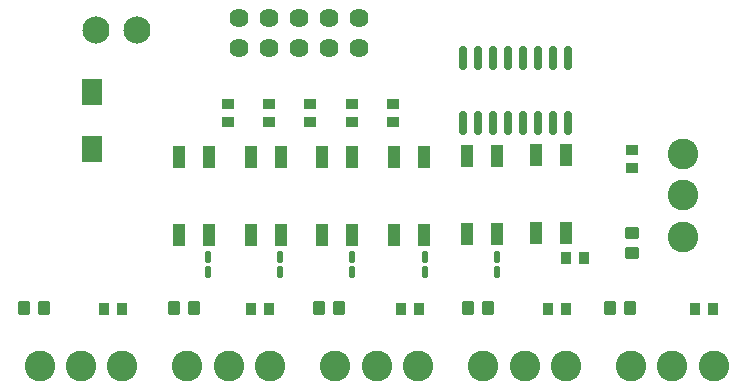
<source format=gts>
G04 Layer: TopSolderMaskLayer*
G04 EasyEDA v6.5.29, 2023-07-15 16:34:33*
G04 ff16eedd4ae041ca9ad6f45f5caac9ae,10*
G04 Gerber Generator version 0.2*
G04 Scale: 100 percent, Rotated: No, Reflected: No *
G04 Dimensions in millimeters *
G04 leading zeros omitted , absolute positions ,4 integer and 5 decimal *
%FSLAX45Y45*%
%MOMM*%

%AMMACRO1*1,1,$1,$2,$3*1,1,$1,$4,$5*1,1,$1,0-$2,0-$3*1,1,$1,0-$4,0-$5*20,1,$1,$2,$3,$4,$5,0*20,1,$1,$4,$5,0-$2,0-$3,0*20,1,$1,0-$2,0-$3,0-$4,0-$5,0*20,1,$1,0-$4,0-$5,$2,$3,0*4,1,4,$2,$3,$4,$5,0-$2,0-$3,0-$4,0-$5,$2,$3,0*%
%ADD10C,2.6016*%
%ADD11MACRO1,0.1016X0.18X-0.465X-0.18X-0.465*%
%ADD12MACRO1,0.1016X0.18X0.465X-0.18X0.465*%
%ADD13MACRO1,0.1016X-0.18X0.465X0.18X0.465*%
%ADD14MACRO1,0.1016X-0.18X-0.465X0.18X-0.465*%
%ADD15MACRO1,0.1016X0.81X-1.0232X-0.81X-1.0232*%
%ADD16MACRO1,0.1016X-0.81X1.0232X0.81X1.0232*%
%ADD17MACRO1,0.1016X0.45X0.5X0.45X-0.5*%
%ADD18MACRO1,0.1016X-0.5X0.45X0.5X0.45*%
%ADD19C,2.3016*%
%ADD20MACRO1,0.1016X-0.4032X-0.432X-0.4032X0.432*%
%ADD21MACRO1,0.1016X0.4032X-0.432X0.4032X0.432*%
%ADD22MACRO1,0.1016X0.432X-0.4032X-0.432X-0.4032*%
%ADD23MACRO1,0.1016X0.432X0.4032X-0.432X0.4032*%
%ADD24MACRO1,0.1016X0.4032X0.432X0.4032X-0.432*%
%ADD25MACRO1,0.1016X-0.4032X0.432X-0.4032X-0.432*%
%ADD26MACRO1,0.1016X-0.475X-0.85X-0.475X0.85*%
%ADD27MACRO1,0.1016X0.475X0.85X0.475X-0.85*%
%ADD28C,1.6240*%
%ADD29O,0.7036053999999999X2.0725892000000004*%

%LPD*%
D10*
G01*
X5342140Y5537200D03*
G01*
X5692127Y5537200D03*
G01*
X6042139Y5537200D03*
G01*
X6594360Y5537200D03*
G01*
X6944347Y5537200D03*
G01*
X7294359Y5537200D03*
G01*
X4089920Y5537200D03*
G01*
X4439907Y5537200D03*
G01*
X4789919Y5537200D03*
G01*
X1585480Y5537200D03*
G01*
X1935467Y5537200D03*
G01*
X2285479Y5537200D03*
G01*
X7035800Y6635000D03*
G01*
X7035800Y6984987D03*
G01*
X7035800Y7334999D03*
G01*
X2837700Y5537200D03*
G01*
X3187687Y5537200D03*
G01*
X3537699Y5537200D03*
D11*
G01*
X4235467Y6464300D03*
D12*
G01*
X4235467Y6337300D03*
D13*
G01*
X3009900Y6337300D03*
D14*
G01*
X3009900Y6464300D03*
D13*
G01*
X4848197Y6337300D03*
D14*
G01*
X4848197Y6464300D03*
D11*
G01*
X5461000Y6464300D03*
D12*
G01*
X5461000Y6337300D03*
D11*
G01*
X3622702Y6464300D03*
D12*
G01*
X3622702Y6337300D03*
D15*
G01*
X2031062Y7860388D03*
D16*
G01*
X2032942Y7379591D03*
D17*
G01*
X2891690Y6026739D03*
G01*
X2721691Y6026739D03*
G01*
X1621690Y6026739D03*
G01*
X1451691Y6026739D03*
G01*
X4123590Y6026739D03*
G01*
X3953591Y6026739D03*
G01*
X5380890Y6026739D03*
G01*
X5210891Y6026739D03*
G01*
X6587390Y6026739D03*
G01*
X6417391Y6026739D03*
D18*
G01*
X6604000Y6663590D03*
G01*
X6604000Y6493591D03*
D19*
G01*
X2410193Y8382000D03*
G01*
X2060206Y8382000D03*
D20*
G01*
X6196724Y6451600D03*
D21*
G01*
X6046075Y6451600D03*
D22*
G01*
X3530607Y7758824D03*
D23*
G01*
X3530607Y7608175D03*
D22*
G01*
X3181347Y7758824D03*
D23*
G01*
X3181347Y7608175D03*
D22*
G01*
X3879852Y7758824D03*
D23*
G01*
X3879852Y7608175D03*
D22*
G01*
X4578347Y7758824D03*
D23*
G01*
X4578347Y7608175D03*
D22*
G01*
X4229100Y7758824D03*
D23*
G01*
X4229100Y7608175D03*
D24*
G01*
X3379075Y6019800D03*
D25*
G01*
X3529724Y6019800D03*
D24*
G01*
X2134475Y6019800D03*
D25*
G01*
X2285124Y6019800D03*
D24*
G01*
X4649075Y6019800D03*
D25*
G01*
X4799724Y6019800D03*
D24*
G01*
X5893675Y6019800D03*
D25*
G01*
X6044324Y6019800D03*
D24*
G01*
X7138275Y6019800D03*
D25*
G01*
X7288924Y6019800D03*
D22*
G01*
X6604000Y7365124D03*
D23*
G01*
X6604000Y7214475D03*
D26*
G01*
X2766060Y6650184D03*
G01*
X3020060Y6650184D03*
G01*
X3020060Y7310163D03*
G01*
X2766060Y7310163D03*
G01*
X3372131Y6650184D03*
G01*
X3626131Y6650184D03*
G01*
X3626131Y7310163D03*
G01*
X3372131Y7310163D03*
G01*
X3978219Y6650184D03*
G01*
X4232219Y6650184D03*
G01*
X4232219Y7310163D03*
G01*
X3978219Y7310163D03*
G01*
X4584303Y6650184D03*
G01*
X4838303Y6650184D03*
G01*
X4838303Y7310163D03*
G01*
X4584303Y7310163D03*
G01*
X5207000Y6655010D03*
G01*
X5461000Y6655010D03*
G01*
X5461000Y7314989D03*
G01*
X5207000Y7314989D03*
D27*
G01*
X6045200Y7327689D03*
G01*
X5791200Y7327689D03*
G01*
X5791200Y6667710D03*
G01*
X6045200Y6667710D03*
D28*
G01*
X3276600Y8229600D03*
G01*
X3276600Y8483600D03*
G01*
X3530600Y8229600D03*
G01*
X3530600Y8483600D03*
G01*
X3784600Y8229600D03*
G01*
X3784600Y8483600D03*
G01*
X4038600Y8229600D03*
G01*
X4038600Y8483600D03*
G01*
X4292600Y8229600D03*
G01*
X4292600Y8483600D03*
D29*
G01*
X5168900Y7600442D03*
G01*
X5295900Y7600442D03*
G01*
X5422900Y7600442D03*
G01*
X5549900Y7600442D03*
G01*
X5676900Y7600442D03*
G01*
X5803900Y7600442D03*
G01*
X5930900Y7600442D03*
G01*
X6057900Y7600442D03*
G01*
X5168900Y8147558D03*
G01*
X5295900Y8147558D03*
G01*
X5422900Y8147558D03*
G01*
X5549900Y8147558D03*
G01*
X5676900Y8147558D03*
G01*
X5803900Y8147558D03*
G01*
X5930900Y8147558D03*
G01*
X6057900Y8147558D03*
M02*

</source>
